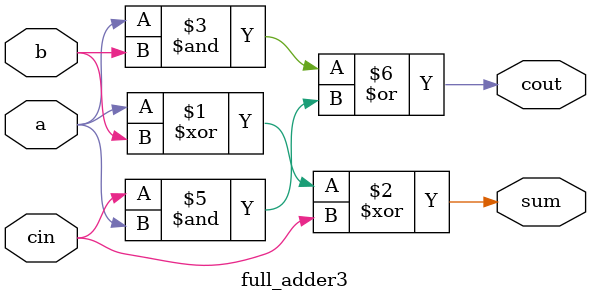
<source format=v>
module full_adder3(a,b,cin,sum,cout);
input a,b,cin;
output sum,cout;
assign sum = a^b^cin;
assign cout = a&b|cin&(a|1'b0); 
// initial begin
//     $display("The incorrect adder with or0 having in2/0");
// end   
endmodule
</source>
